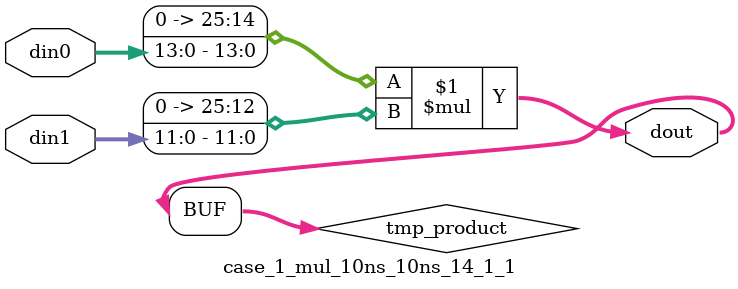
<source format=v>

`timescale 1 ns / 1 ps

 module case_1_mul_10ns_10ns_14_1_1(din0, din1, dout);
parameter ID = 1;
parameter NUM_STAGE = 0;
parameter din0_WIDTH = 14;
parameter din1_WIDTH = 12;
parameter dout_WIDTH = 26;

input [din0_WIDTH - 1 : 0] din0; 
input [din1_WIDTH - 1 : 0] din1; 
output [dout_WIDTH - 1 : 0] dout;

wire signed [dout_WIDTH - 1 : 0] tmp_product;
























assign tmp_product = $signed({1'b0, din0}) * $signed({1'b0, din1});











assign dout = tmp_product;





















endmodule

</source>
